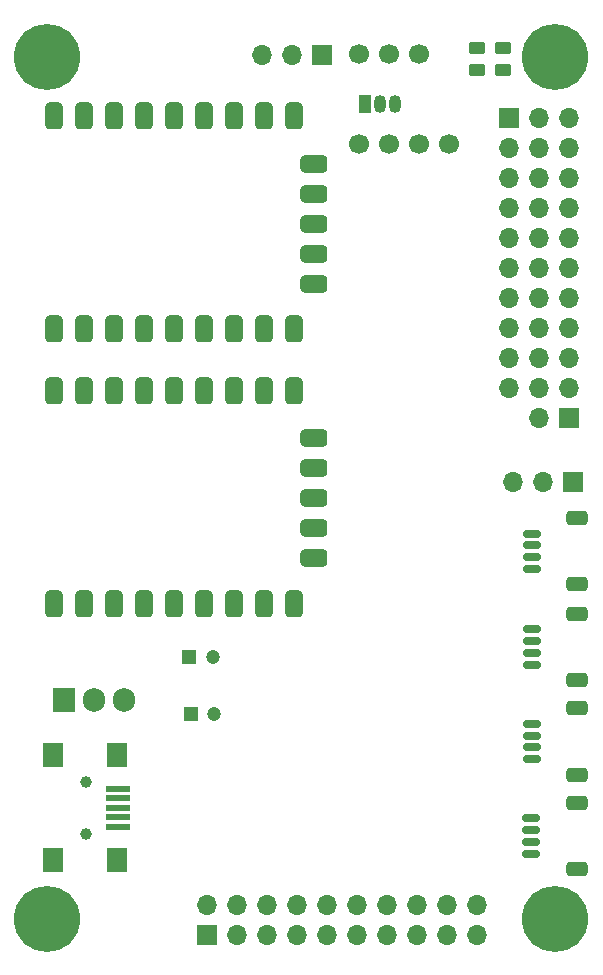
<source format=gbr>
%TF.GenerationSoftware,KiCad,Pcbnew,7.0.10*%
%TF.CreationDate,2024-08-19T10:26:00+10:00*%
%TF.ProjectId,AI4R-SENSORPCB,41493452-2d53-4454-9e53-4f525043422e,rev?*%
%TF.SameCoordinates,Original*%
%TF.FileFunction,Soldermask,Top*%
%TF.FilePolarity,Negative*%
%FSLAX46Y46*%
G04 Gerber Fmt 4.6, Leading zero omitted, Abs format (unit mm)*
G04 Created by KiCad (PCBNEW 7.0.10) date 2024-08-19 10:26:00*
%MOMM*%
%LPD*%
G01*
G04 APERTURE LIST*
G04 Aperture macros list*
%AMRoundRect*
0 Rectangle with rounded corners*
0 $1 Rounding radius*
0 $2 $3 $4 $5 $6 $7 $8 $9 X,Y pos of 4 corners*
0 Add a 4 corners polygon primitive as box body*
4,1,4,$2,$3,$4,$5,$6,$7,$8,$9,$2,$3,0*
0 Add four circle primitives for the rounded corners*
1,1,$1+$1,$2,$3*
1,1,$1+$1,$4,$5*
1,1,$1+$1,$6,$7*
1,1,$1+$1,$8,$9*
0 Add four rect primitives between the rounded corners*
20,1,$1+$1,$2,$3,$4,$5,0*
20,1,$1+$1,$4,$5,$6,$7,0*
20,1,$1+$1,$6,$7,$8,$9,0*
20,1,$1+$1,$8,$9,$2,$3,0*%
G04 Aperture macros list end*
%ADD10RoundRect,0.150000X0.625000X-0.150000X0.625000X0.150000X-0.625000X0.150000X-0.625000X-0.150000X0*%
%ADD11RoundRect,0.250000X0.650000X-0.350000X0.650000X0.350000X-0.650000X0.350000X-0.650000X-0.350000X0*%
%ADD12RoundRect,0.381000X0.381000X-0.762000X0.381000X0.762000X-0.381000X0.762000X-0.381000X-0.762000X0*%
%ADD13RoundRect,0.381000X0.762000X0.381000X-0.762000X0.381000X-0.762000X-0.381000X0.762000X-0.381000X0*%
%ADD14RoundRect,0.381000X-0.381000X0.762000X-0.381000X-0.762000X0.381000X-0.762000X0.381000X0.762000X0*%
%ADD15C,1.000000*%
%ADD16R,2.000000X0.500000*%
%ADD17R,1.700000X2.000000*%
%ADD18C,5.600000*%
%ADD19R,1.200000X1.200000*%
%ADD20C,1.200000*%
%ADD21R,1.700000X1.700000*%
%ADD22O,1.700000X1.700000*%
%ADD23C,1.700000*%
%ADD24RoundRect,0.250000X-0.450000X0.262500X-0.450000X-0.262500X0.450000X-0.262500X0.450000X0.262500X0*%
%ADD25R,1.050000X1.500000*%
%ADD26O,1.050000X1.500000*%
%ADD27O,1.905000X2.000000*%
%ADD28R,1.905000X2.000000*%
G04 APERTURE END LIST*
D10*
%TO.C,J3*%
X56470000Y-83000000D03*
X56470000Y-82000000D03*
X56470000Y-81000000D03*
X56470000Y-80000000D03*
D11*
X60345000Y-84300000D03*
X60345000Y-78700000D03*
%TD*%
D12*
%TO.C,RP2*%
X16030000Y-20575000D03*
X18570000Y-20575000D03*
X21110000Y-20575000D03*
X23650000Y-20575000D03*
X26190000Y-20575000D03*
X28730000Y-20575000D03*
X31270000Y-20575000D03*
X33810000Y-20575000D03*
X36350000Y-20575000D03*
D13*
X38100000Y-24575000D03*
X38100000Y-27115000D03*
X38100000Y-29655000D03*
X38100000Y-32195000D03*
X38100000Y-34735000D03*
D14*
X36350000Y-38575000D03*
X33810000Y-38575000D03*
X31270000Y-38575000D03*
X28730000Y-38575000D03*
X26190000Y-38575000D03*
X23650000Y-38575000D03*
X21110000Y-38575000D03*
X18570000Y-38575000D03*
X16030000Y-38575000D03*
%TD*%
D10*
%TO.C,J4*%
X56500000Y-58900000D03*
X56500000Y-57900000D03*
X56500000Y-56900000D03*
X56500000Y-55900000D03*
D11*
X60375000Y-60200000D03*
X60375000Y-54600000D03*
%TD*%
D15*
%TO.C,J11*%
X18800000Y-76900000D03*
X18800000Y-81300000D03*
D16*
X21500000Y-77500000D03*
X21500000Y-78300000D03*
X21500000Y-79100000D03*
X21500000Y-79900000D03*
X21500000Y-80700000D03*
D17*
X21400000Y-74650000D03*
X15950000Y-74650000D03*
X21400000Y-83550000D03*
X15950000Y-83550000D03*
%TD*%
D18*
%TO.C,H2*%
X58500000Y-15500000D03*
%TD*%
D19*
%TO.C,C2*%
X27500000Y-66300000D03*
D20*
X29500000Y-66300000D03*
%TD*%
D21*
%TO.C,J6*%
X59700000Y-46120000D03*
D22*
X57160000Y-46120000D03*
X59700000Y-43580000D03*
X57160000Y-43580000D03*
X59700000Y-41040000D03*
X57160000Y-41040000D03*
X59700000Y-38500000D03*
X57160000Y-38500000D03*
X59700000Y-35960000D03*
X57160000Y-35960000D03*
X59700000Y-33420000D03*
X57160000Y-33420000D03*
X59700000Y-30880000D03*
X57160000Y-30880000D03*
X59700000Y-28340000D03*
X57160000Y-28340000D03*
X59700000Y-25800000D03*
X57160000Y-25800000D03*
X59700000Y-23260000D03*
X57160000Y-23260000D03*
X59700000Y-20720000D03*
X57160000Y-20720000D03*
%TD*%
D21*
%TO.C,J8*%
X54560000Y-20720000D03*
D22*
X54560000Y-23260000D03*
X54560000Y-25800000D03*
X54560000Y-28340000D03*
X54560000Y-30880000D03*
X54560000Y-33420000D03*
X54560000Y-35960000D03*
X54560000Y-38500000D03*
X54560000Y-41040000D03*
X54560000Y-43580000D03*
%TD*%
D18*
%TO.C,H4*%
X15500000Y-88500000D03*
%TD*%
D12*
%TO.C,RP1*%
X16030000Y-43825000D03*
X18570000Y-43825000D03*
X21110000Y-43825000D03*
X23650000Y-43825000D03*
X26190000Y-43825000D03*
X28730000Y-43825000D03*
X31270000Y-43825000D03*
X33810000Y-43825000D03*
X36350000Y-43825000D03*
D13*
X38100000Y-47825000D03*
X38100000Y-50365000D03*
X38100000Y-52905000D03*
X38100000Y-55445000D03*
X38100000Y-57985000D03*
D14*
X36350000Y-61825000D03*
X33810000Y-61825000D03*
X31270000Y-61825000D03*
X28730000Y-61825000D03*
X26190000Y-61825000D03*
X23650000Y-61825000D03*
X21110000Y-61825000D03*
X18570000Y-61825000D03*
X16030000Y-61825000D03*
%TD*%
D23*
%TO.C,U2*%
X46950000Y-15270000D03*
X44410000Y-15270000D03*
X41870000Y-15270000D03*
X41920000Y-22890000D03*
X44460000Y-22890000D03*
X47000000Y-22890000D03*
X49540000Y-22890000D03*
%TD*%
D10*
%TO.C,J2*%
X56500000Y-75000000D03*
X56500000Y-74000000D03*
X56500000Y-73000000D03*
X56500000Y-72000000D03*
D11*
X60375000Y-76300000D03*
X60375000Y-70700000D03*
%TD*%
D21*
%TO.C,J10*%
X28993500Y-89840000D03*
D22*
X28993500Y-87300000D03*
X31533500Y-89840000D03*
X31533500Y-87300000D03*
X34073500Y-89840000D03*
X34073500Y-87300000D03*
X36613500Y-89840000D03*
X36613500Y-87300000D03*
X39153500Y-89840000D03*
X39153500Y-87300000D03*
X41693500Y-89840000D03*
X41693500Y-87300000D03*
X44233500Y-89840000D03*
X44233500Y-87300000D03*
X46773500Y-89840000D03*
X46773500Y-87300000D03*
X49313500Y-89840000D03*
X49313500Y-87300000D03*
X51853500Y-89840000D03*
X51853500Y-87300000D03*
%TD*%
D24*
%TO.C,R1*%
X51900000Y-14787500D03*
X51900000Y-16612500D03*
%TD*%
D19*
%TO.C,C1*%
X27627401Y-71200000D03*
D20*
X29627401Y-71200000D03*
%TD*%
D25*
%TO.C,Q1*%
X42360000Y-19500000D03*
D26*
X43630000Y-19500000D03*
X44900000Y-19500000D03*
%TD*%
D21*
%TO.C,J7*%
X38725000Y-15400000D03*
D22*
X36185000Y-15400000D03*
X33645000Y-15400000D03*
%TD*%
D27*
%TO.C,U3*%
X21980000Y-70000000D03*
X19440000Y-70000000D03*
D28*
X16900000Y-70000000D03*
%TD*%
D18*
%TO.C,H3*%
X58500000Y-88500000D03*
%TD*%
D10*
%TO.C,J5*%
X56500000Y-67000000D03*
X56500000Y-66000000D03*
X56500000Y-65000000D03*
X56500000Y-64000000D03*
D11*
X60375000Y-68300000D03*
X60375000Y-62700000D03*
%TD*%
D21*
%TO.C,J9*%
X60000000Y-51500000D03*
D22*
X57460000Y-51500000D03*
X54920000Y-51500000D03*
%TD*%
D18*
%TO.C,H1*%
X15500000Y-15500000D03*
%TD*%
D24*
%TO.C,R2*%
X54100000Y-14787500D03*
X54100000Y-16612500D03*
%TD*%
M02*

</source>
